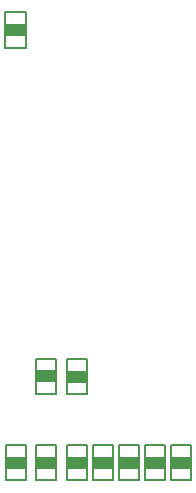
<source format=gbo>
G75*
G70*
%OFA0B0*%
%FSLAX24Y24*%
%IPPOS*%
%LPD*%
%AMOC8*
5,1,8,0,0,1.08239X$1,22.5*
%
%ADD10C,0.0050*%
%ADD11R,0.0669X0.0394*%
D10*
X008250Y014367D02*
X008919Y014367D01*
X008919Y015548D01*
X008250Y015548D01*
X008250Y014367D01*
X009264Y014367D02*
X009933Y014367D01*
X009933Y015548D01*
X009264Y015548D01*
X009264Y014367D01*
X010309Y014367D02*
X010309Y015548D01*
X010978Y015548D01*
X010978Y014367D01*
X010309Y014367D01*
X011177Y014367D02*
X011846Y014367D01*
X011846Y015548D01*
X011177Y015548D01*
X011177Y014367D01*
X012036Y014367D02*
X012706Y014367D01*
X012706Y015548D01*
X012036Y015548D01*
X012036Y014367D01*
X012908Y014367D02*
X013577Y014367D01*
X013577Y015548D01*
X012908Y015548D01*
X012908Y014367D01*
X013770Y014367D02*
X013770Y015548D01*
X014439Y015548D01*
X014439Y014367D01*
X013770Y014367D01*
X010975Y017239D02*
X010306Y017239D01*
X010306Y018420D01*
X010975Y018420D01*
X010975Y017239D01*
X009930Y017252D02*
X009930Y018433D01*
X009261Y018433D01*
X009261Y017252D01*
X009930Y017252D01*
X008917Y028795D02*
X008247Y028795D01*
X008247Y029977D01*
X008917Y029977D01*
X008917Y028795D01*
D11*
X008582Y029386D03*
X009596Y017842D03*
X010641Y017830D03*
X010643Y014957D03*
X011511Y014957D03*
X012371Y014957D03*
X013242Y014957D03*
X014104Y014957D03*
X009599Y014957D03*
X008585Y014957D03*
M02*

</source>
